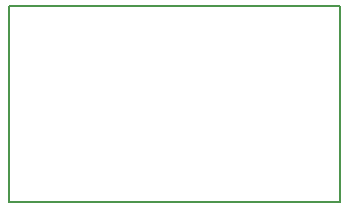
<source format=gbr>
G04 #@! TF.FileFunction,Profile,NP*
%FSLAX46Y46*%
G04 Gerber Fmt 4.6, Leading zero omitted, Abs format (unit mm)*
G04 Created by KiCad (PCBNEW (after 2015-mar-04 BZR unknown)-product) date 25.04.2015 22:10:00*
%MOMM*%
G01*
G04 APERTURE LIST*
%ADD10C,0.100000*%
%ADD11C,0.150000*%
G04 APERTURE END LIST*
D10*
D11*
X155700000Y-100800000D02*
X155700000Y-84200000D01*
X183700000Y-100800000D02*
X155700000Y-100800000D01*
X183700000Y-84200000D02*
X183700000Y-100800000D01*
X155700000Y-84200000D02*
X183700000Y-84200000D01*
M02*

</source>
